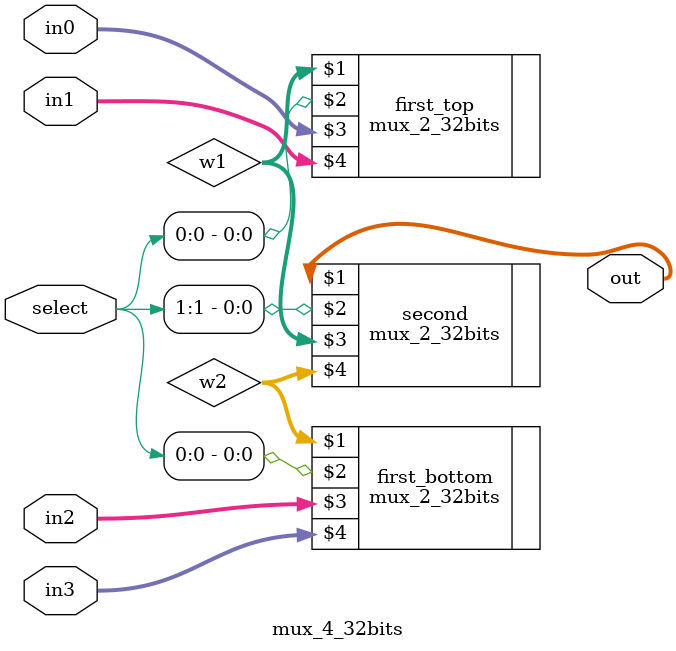
<source format=v>
module mux_4_32bits(out, select, in0, in1, in2, in3);
	input [1:0] select;
	input [31:0] in0, in1, in2, in3;
	output [31:0] out;
	wire [31:0] w1, w2;

	mux_2_32bits first_top(w1, select[0], in0, in1);
	mux_2_32bits first_bottom(w2, select[0], in2, in3);
	mux_2_32bits second(out, select[1], w1, w2);
endmodule
</source>
